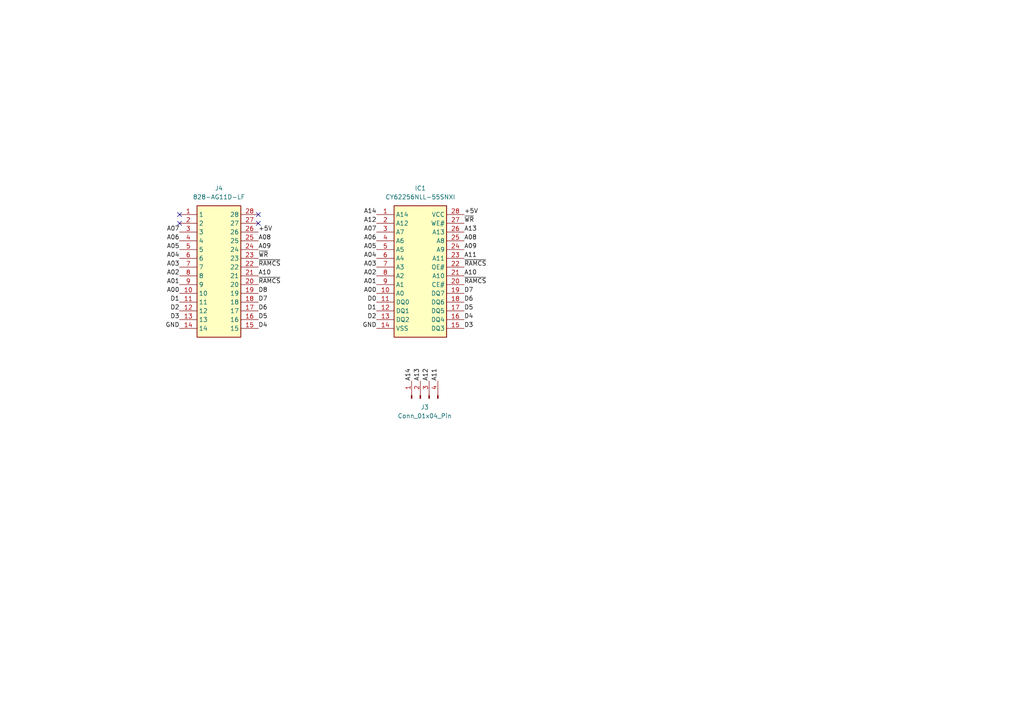
<source format=kicad_sch>
(kicad_sch (version 20230121) (generator eeschema)
  (paper "A4")
  (title_block (title "ZX81/TS1000 32KB RAM Board") (date "2023-09-10") (rev "INITIAL") (company "Brett Hallen") (comment 1 "youtube.com/@brfff"))
  (lib_symbols
    (symbol "828-AG11D-LF:828-AG11D-LF"
      (property "Reference" "J" (at 19.05 7.62 0))
      (property "Value" "828-AG11D-LF" (at 19.05 5.08 0))
      (symbol "828-AG11D-LF_1_1"
        (rectangle (start 5.08 2.54) (end 17.78 -35.56) (stroke (width 0.254)) (fill (type background)))
        (pin passive line (at 0 0 0) (length 5.08) (name "1") (number "1"))
        (pin passive line (at 0 -22.86 0) (length 5.08) (name "10") (number "10"))
        (pin passive line (at 0 -25.4 0) (length 5.08) (name "11") (number "11"))
        (pin passive line (at 0 -27.94 0) (length 5.08) (name "12") (number "12"))
        (pin passive line (at 0 -30.48 0) (length 5.08) (name "13") (number "13"))
        (pin passive line (at 0 -33.02 0) (length 5.08) (name "14") (number "14"))
        (pin passive line (at 22.86 -33.02 180) (length 5.08) (name "15") (number "15"))
        (pin passive line (at 22.86 -30.48 180) (length 5.08) (name "16") (number "16"))
        (pin passive line (at 22.86 -27.94 180) (length 5.08) (name "17") (number "17"))
        (pin passive line (at 22.86 -25.4 180) (length 5.08) (name "18") (number "18"))
        (pin passive line (at 22.86 -22.86 180) (length 5.08) (name "19") (number "19"))
        (pin passive line (at 0 -2.54 0) (length 5.08) (name "2") (number "2"))
        (pin passive line (at 22.86 -20.32 180) (length 5.08) (name "20") (number "20"))
        (pin passive line (at 22.86 -17.78 180) (length 5.08) (name "21") (number "21"))
        (pin passive line (at 22.86 -15.24 180) (length 5.08) (name "22") (number "22"))
        (pin passive line (at 22.86 -12.7 180) (length 5.08) (name "23") (number "23"))
        (pin passive line (at 22.86 -10.16 180) (length 5.08) (name "24") (number "24"))
        (pin passive line (at 22.86 -7.62 180) (length 5.08) (name "25") (number "25"))
        (pin passive line (at 22.86 -5.08 180) (length 5.08) (name "26") (number "26"))
        (pin passive line (at 22.86 -2.54 180) (length 5.08) (name "27") (number "27"))
        (pin passive line (at 22.86 0 180) (length 5.08) (name "28") (number "28"))
        (pin passive line (at 0 -5.08 0) (length 5.08) (name "3") (number "3"))
        (pin passive line (at 0 -7.62 0) (length 5.08) (name "4") (number "4"))
        (pin passive line (at 0 -10.16 0) (length 5.08) (name "5") (number "5"))
        (pin passive line (at 0 -12.7 0) (length 5.08) (name "6") (number "6"))
        (pin passive line (at 0 -15.24 0) (length 5.08) (name "7") (number "7"))
        (pin passive line (at 0 -17.78 0) (length 5.08) (name "8") (number "8"))
        (pin passive line (at 0 -20.32 0) (length 5.08) (name "9") (number "9"))
      )
    )
    (symbol "AS6C62256-55PCN:AS6C62256-55PCN"
      (property "Reference" "IC" (at 21.59 7.62 0))
      (property "Value" "AS6C62256-55PCN" (at 21.59 5.08 0))
      (symbol "AS6C62256-55PCN_1_1"
        (rectangle (start 5.08 2.54) (end 20.32 -35.56) (stroke (width 0.254)) (fill (type background)))
        (pin input line (at 0 0 0) (length 5.08) (name "A14") (number "1"))
        (pin input line (at 0 -22.86 0) (length 5.08) (name "A0") (number "10"))
        (pin bidirectional line (at 0 -25.4 0) (length 5.08) (name "DQ0") (number "11"))
        (pin bidirectional line (at 0 -27.94 0) (length 5.08) (name "DQ1") (number "12"))
        (pin bidirectional line (at 0 -30.48 0) (length 5.08) (name "DQ2") (number "13"))
        (pin power_in line (at 0 -33.02 0) (length 5.08) (name "VSS") (number "14"))
        (pin bidirectional line (at 25.4 -33.02 180) (length 5.08) (name "DQ3") (number "15"))
        (pin bidirectional line (at 25.4 -30.48 180) (length 5.08) (name "DQ4") (number "16"))
        (pin bidirectional line (at 25.4 -27.94 180) (length 5.08) (name "DQ5") (number "17"))
        (pin bidirectional line (at 25.4 -25.4 180) (length 5.08) (name "DQ6") (number "18"))
        (pin bidirectional line (at 25.4 -22.86 180) (length 5.08) (name "DQ7") (number "19"))
        (pin input line (at 0 -2.54 0) (length 5.08) (name "A12") (number "2"))
        (pin input line (at 25.4 -20.32 180) (length 5.08) (name "CE#") (number "20"))
        (pin input line (at 25.4 -17.78 180) (length 5.08) (name "A10") (number "21"))
        (pin input line (at 25.4 -15.24 180) (length 5.08) (name "OE#") (number "22"))
        (pin input line (at 25.4 -12.7 180) (length 5.08) (name "A11") (number "23"))
        (pin input line (at 25.4 -10.16 180) (length 5.08) (name "A9") (number "24"))
        (pin input line (at 25.4 -7.62 180) (length 5.08) (name "A8") (number "25"))
        (pin input line (at 25.4 -5.08 180) (length 5.08) (name "A13") (number "26"))
        (pin input line (at 25.4 -2.54 180) (length 5.08) (name "WE#") (number "27"))
        (pin power_in line (at 25.4 0 180) (length 5.08) (name "VCC") (number "28"))
        (pin input line (at 0 -5.08 0) (length 5.08) (name "A7") (number "3"))
        (pin input line (at 0 -7.62 0) (length 5.08) (name "A6") (number "4"))
        (pin input line (at 0 -10.16 0) (length 5.08) (name "A5") (number "5"))
        (pin input line (at 0 -12.7 0) (length 5.08) (name "A4") (number "6"))
        (pin input line (at 0 -15.24 0) (length 5.08) (name "A3") (number "7"))
        (pin input line (at 0 -17.78 0) (length 5.08) (name "A2") (number "8"))
        (pin input line (at 0 -20.32 0) (length 5.08) (name "A1") (number "9"))
      )
    )
    (symbol "Connector:Conn_01x04_Pin" (pin_names (offset 1.016) hide)
      (property "Reference" "J" (at 0 5.08 0))
      (property "Value" "Conn_01x04_Pin" (at 0 -7.62 0))
      (symbol "Conn_01x04_Pin_1_1"
        (polyline (pts (xy 1.27 -5.08) (xy 0.8636 -5.08)) (stroke (width 0.1524)))
        (polyline (pts (xy 1.27 -2.54) (xy 0.8636 -2.54)) (stroke (width 0.1524)))
        (polyline (pts (xy 1.27 0) (xy 0.8636 0)) (stroke (width 0.1524)))
        (polyline (pts (xy 1.27 2.54) (xy 0.8636 2.54)) (stroke (width 0.1524)))
        (rectangle (start 0.8636 -4.953) (end 0 -5.207) (stroke (width 0.1524)) (fill (type outline)))
        (rectangle (start 0.8636 -2.413) (end 0 -2.667) (stroke (width 0.1524)) (fill (type outline)))
        (rectangle (start 0.8636 0.127) (end 0 -0.127) (stroke (width 0.1524)) (fill (type outline)))
        (rectangle (start 0.8636 2.667) (end 0 2.413) (stroke (width 0.1524)) (fill (type outline)))
        (pin passive line (at 5.08 2.54 180) (length 3.81) (name "Pin_1") (number "1"))
        (pin passive line (at 5.08 0 180) (length 3.81) (name "Pin_2") (number "2"))
        (pin passive line (at 5.08 -2.54 180) (length 3.81) (name "Pin_3") (number "3"))
        (pin passive line (at 5.08 -5.08 180) (length 3.81) (name "Pin_4") (number "4"))
      )
    )
  )
  (no_connect (at 52.07 62.23))
  (no_connect (at 74.93 62.23))
  (no_connect (at 52.07 64.77))
  (no_connect (at 74.93 64.77))
  (label "A07" (at 52.07 67.31 180))
  (label "A01" (at 52.07 82.55 180))
  (label "A13" (at 134.62 67.31 0))
  (label "D5" (at 74.93 92.71 0))
  (label "A04" (at 109.22 74.93 180))
  (label "D6" (at 74.93 90.17 0))
  (label "A09" (at 134.62 72.39 0))
  (label "A14" (at 119.38 110.49 90))
  (label "A02" (at 109.22 80.01 180))
  (label "A01" (at 109.22 82.55 180))
  (label "D5" (at 134.62 90.17 0))
  (label "A11" (at 134.62 74.93 0))
  (label "A10" (at 134.62 80.01 0))
  (label "~{RAMCS}" (at 74.93 77.47 0))
  (label "A13" (at 121.92 110.49 90))
  (label "A00" (at 52.07 85.09 180))
  (label "D7" (at 74.93 87.63 0))
  (label "D1" (at 109.22 90.17 180))
  (label "D3" (at 52.07 92.71 180))
  (label "A03" (at 52.07 77.47 180))
  (label "D3" (at 134.62 95.25 0))
  (label "~{RAMCS}" (at 74.93 82.55 0))
  (label "A00" (at 109.22 85.09 180))
  (label "~{WR}" (at 74.93 74.93 0))
  (label "D7" (at 134.62 85.09 0))
  (label "A07" (at 109.22 67.31 180))
  (label "+5V" (at 134.62 62.23 0))
  (label "D4" (at 74.93 95.25 0))
  (label "~{RAMCS}" (at 134.62 82.55 0))
  (label "A05" (at 109.22 72.39 180))
  (label "A11" (at 127 110.49 90))
  (label "GND" (at 52.07 95.25 180))
  (label "A03" (at 109.22 77.47 180))
  (label "D0" (at 109.22 87.63 180))
  (label "A08" (at 74.93 69.85 0))
  (label "A02" (at 52.07 80.01 180))
  (label "D6" (at 134.62 87.63 0))
  (label "D8" (at 74.93 85.09 0))
  (label "D4" (at 134.62 92.71 0))
  (label "A09" (at 74.93 72.39 0))
  (label "~{WR}" (at 134.62 64.77 0))
  (label "D1" (at 52.07 87.63 180))
  (label "A06" (at 109.22 69.85 180))
  (label "A05" (at 52.07 72.39 180))
  (label "GND" (at 109.22 95.25 180))
  (label "A08" (at 134.62 69.85 0))
  (label "~{RAMCS}" (at 134.62 77.47 0))
  (label "A04" (at 52.07 74.93 180))
  (label "A14" (at 109.22 62.23 180))
  (label "A12" (at 109.22 64.77 180))
  (label "A10" (at 74.93 80.01 0))
  (label "D2" (at 109.22 92.71 180))
  (label "A12" (at 124.46 110.49 90))
  (label "D2" (at 52.07 90.17 180))
  (label "+5V" (at 74.93 67.31 0))
  (label "A06" (at 52.07 69.85 180))
  (symbol (lib_id "828-AG11D-LF:828-AG11D-LF") (at 52.07 62.23 0) (unit 1)
    (property "Reference" "J4" (at 63.5 54.61 0))
    (property "Value" "828-AG11D-LF" (at 63.5 57.15 0))
    (property "Footprint" "CluelessEngineer:828AG11DLF" (effects hide))
    (property "Datasheet" "https://www.te.com/commerce/DocumentDelivery/DDEController?Action=showdoc&DocId=Customer+Drawing%7F1571586%7FB2%7Fpdf%7FEnglish%7FENG_CD_1571586_B2.pdf%7F2-1571586-9" (effects hide))
    (property "Height" "4.572" (effects hide))
    (property "Mouser Part Number" "571-2-1571586-9" (effects hide))
    (property "Mouser Price/Stock" "https://www.mouser.co.uk/ProductDetail/TE-Connectivity-AMP/828-AG11D-LF?qs=IGgAdOvCTsSESz9EmpsYgw%3D%3D" (effects hide))
    (property "Manufacturer_Name" "TE Connectivity" (effects hide))
    (property "Manufacturer_Part_Number" "828-AG11D-LF" (effects hide))
  )
  (symbol (lib_id "AS6C62256-55PCN:AS6C62256-55PCN") (at 109.22 62.23 0) (unit 1)
    (property "Reference" "IC1" (at 121.92 54.61 0))
    (property "Value" "CY62256NLL-55SNXI" (at 121.92 57.15 0))
    (property "Footprint" "CluelessEngineer:DIP1587W140P254L3632H381Q28N" (effects hide))
    (property "Datasheet" "https://componentsearchengine.com/Datasheets/1/AS6C62256-55PCN.pdf" (effects hide))
    (property "Height" "3.81" (effects hide))
    (property "Mouser Part Number" "913-AS6C62256-55PCN" (effects hide))
    (property "Mouser Price/Stock" "https://www.mouser.co.uk/ProductDetail/Alliance-Memory/AS6C62256-55PCN?qs=LD2UibpCYJqgbIupMJnGTQ%3D%3D" (effects hide))
    (property "Manufacturer_Name" "Alliance Memory" (effects hide))
    (property "Manufacturer_Part_Number" "AS6C62256-55PCN" (effects hide))
  )
  (symbol (lib_id "Connector:Conn_01x04_Pin") (at 121.92 115.57 90) (unit 1)
    (property "Reference" "J3" (at 123.19 118.11 90))
    (property "Value" "Conn_01x04_Pin" (at 123.19 120.65 90))
    (property "Footprint" "Connector_PinHeader_2.54mm:PinHeader_1x04_P2.54mm_Horizontal" (effects hide))
  )
)
</source>
